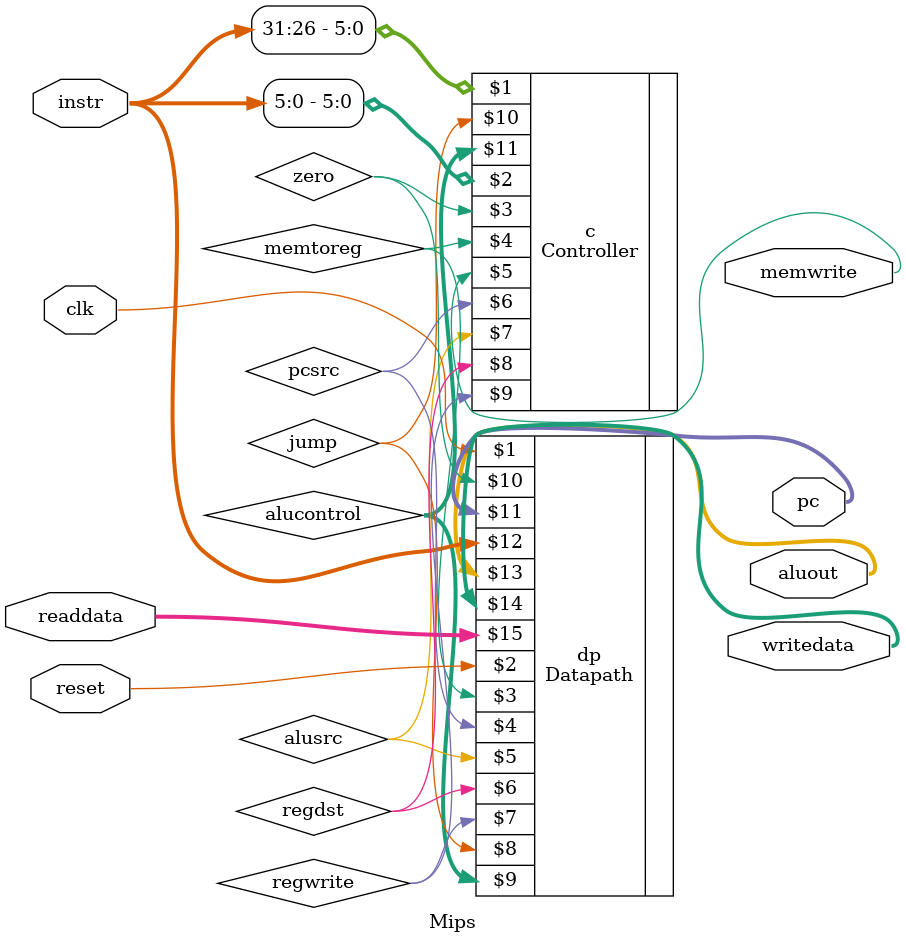
<source format=sv>

module Mips(
    input logic clk, reset,
    output logic [31:0] pc,
    input logic [31:0] instr,
    output logic memwrite,
    output logic [31:0] aluout, writedata,
    input logic [31:0] readdata
);

    logic memtoreg, alusrc, regdst, regwrite, jump, pcsrc, zero;
    logic [2:0] alucontrol;

    Controller c(instr[31:26], instr[5:0], zero,
        memtoreg, memwrite, pcsrc, alusrc, regdst, regwrite,
        jump, alucontrol);

    Datapath dp(clk, reset, memtoreg, pcsrc, alusrc, regdst,
        regwrite, jump, alucontrol, zero, pc, instr, aluout,
        writedata, readdata);

endmodule
</source>
